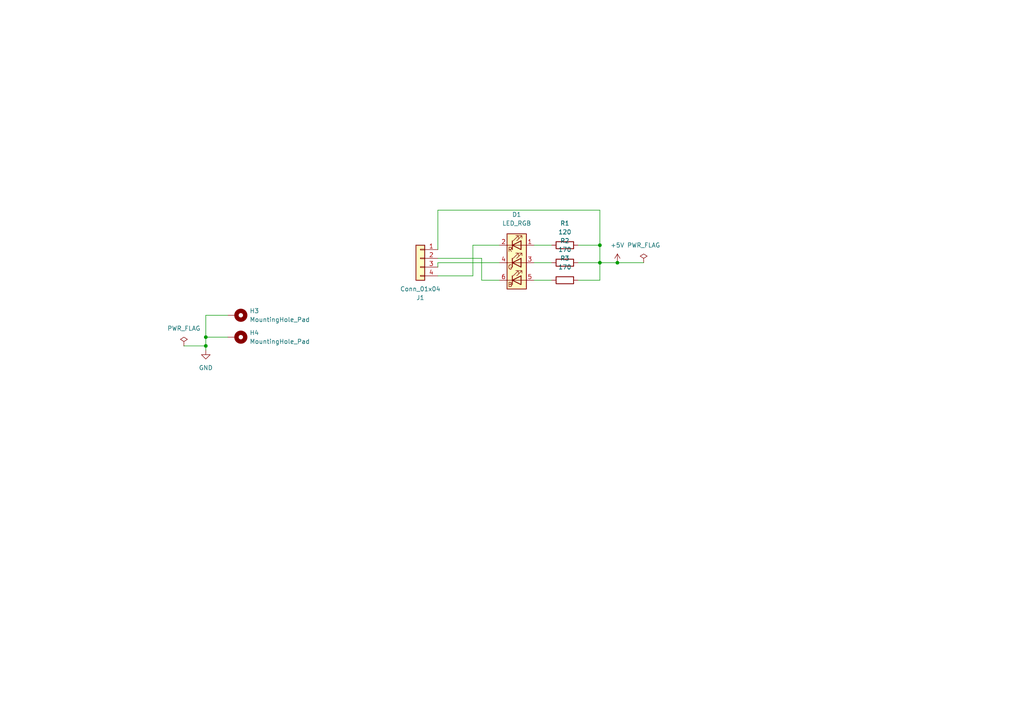
<source format=kicad_sch>
(kicad_sch (version 20231120) (generator "eeschema") (generator_version "8.0")
  (paper "A4")
  (lib_symbols
    (symbol "Connector_Generic:Conn_01x04" (pin_names (offset 1.016) hide)
      (property "Reference" "J" (at 0 5.08 0))
      (property "Value" "Conn_01x04" (at 0 -7.62 0))
      (symbol "Conn_01x04_1_1"
        (rectangle (start -1.27 -4.953) (end 0 -5.207) (stroke (width 0.1524)))
        (rectangle (start -1.27 -2.413) (end 0 -2.667) (stroke (width 0.1524)))
        (rectangle (start -1.27 0.127) (end 0 -0.127) (stroke (width 0.1524)))
        (rectangle (start -1.27 2.667) (end 0 2.413) (stroke (width 0.1524)))
        (rectangle (start -1.27 3.81) (end 1.27 -6.35) (stroke (width 0.254)) (fill (type background)))
        (pin passive line (at -5.08 2.54 0) (length 3.81) (name "Pin_1") (number "1"))
        (pin passive line (at -5.08 0 0) (length 3.81) (name "Pin_2") (number "2"))
        (pin passive line (at -5.08 -2.54 0) (length 3.81) (name "Pin_3") (number "3"))
        (pin passive line (at -5.08 -5.08 0) (length 3.81) (name "Pin_4") (number "4"))
      )
    )
    (symbol "Device:R" (pin_numbers hide) (pin_names (offset 0))
      (property "Reference" "R" (at 2.032 0 90))
      (property "Value" "R" (at 0 0 90))
      (symbol "R_0_1"
        (rectangle (start -1.016 -2.54) (end 1.016 2.54) (stroke (width 0.254)))
      )
      (symbol "R_1_1"
        (pin passive line (at 0 3.81 270) (length 1.27) (name "~") (number "1"))
        (pin passive line (at 0 -3.81 90) (length 1.27) (name "~") (number "2"))
      )
    )
    (symbol "LED_RGB_1" (pin_names (offset 0) hide)
      (property "Reference" "D2" (at 0 13.97 0))
      (property "Value" "LED_RGB" (at 0 11.43 0))
      (symbol "LED_RGB_1_0_0"
        (text "B" (at -1.905 -6.35 0) (effects (font (size 1.27 1.27))))
        (text "G" (at -1.905 -1.27 0) (effects (font (size 1.27 1.27))))
        (text "R" (at -1.905 3.81 0) (effects (font (size 1.27 1.27))))
      )
      (symbol "LED_RGB_1_0_1"
        (rectangle (start -2.794 8.382) (end 2.794 -7.62) (stroke (width 0.254)) (fill (type background)))
        (polyline (pts (xy -1.27 -5.08) (xy -2.54 -5.08)))
        (polyline (pts (xy -1.27 -5.08) (xy 1.27 -5.08)))
        (polyline (pts (xy -1.27 -3.81) (xy -1.27 -6.35)) (stroke (width 0.254)))
        (polyline (pts (xy -1.27 0) (xy -2.54 0)))
        (polyline (pts (xy -1.27 1.27) (xy -1.27 -1.27)) (stroke (width 0.254)))
        (polyline (pts (xy -1.27 5.08) (xy -2.54 5.08)))
        (polyline (pts (xy -1.27 5.08) (xy 1.27 5.08)))
        (polyline (pts (xy -1.27 6.35) (xy -1.27 3.81)) (stroke (width 0.254)))
        (polyline (pts (xy 1.27 -5.08) (xy 2.54 -5.08)))
        (polyline (pts (xy 1.27 0) (xy -1.27 0)))
        (polyline (pts (xy 1.27 0) (xy 2.54 0)))
        (polyline (pts (xy 1.27 5.08) (xy 2.54 5.08)))
        (polyline (pts (xy -1.27 1.27) (xy -1.27 -1.27) (xy -1.27 -1.27)))
        (polyline (pts (xy -1.27 6.35) (xy -1.27 3.81) (xy -1.27 3.81)))
        (polyline (pts (xy 1.27 -3.81) (xy 1.27 -6.35) (xy -1.27 -5.08) (xy 1.27 -3.81)) (stroke (width 0.254)))
        (polyline (pts (xy 1.27 1.27) (xy 1.27 -1.27) (xy -1.27 0) (xy 1.27 1.27)) (stroke (width 0.254)))
        (polyline (pts (xy 1.27 6.35) (xy 1.27 3.81) (xy -1.27 5.08) (xy 1.27 6.35)) (stroke (width 0.254)))
        (polyline (pts (xy -1.016 -3.81) (xy 0.508 -2.286) (xy -0.254 -2.286) (xy 0.508 -2.286) (xy 0.508 -3.048)))
        (polyline (pts (xy -1.016 1.27) (xy 0.508 2.794) (xy -0.254 2.794) (xy 0.508 2.794) (xy 0.508 2.032)))
        (polyline (pts (xy -1.016 6.35) (xy 0.508 7.874) (xy -0.254 7.874) (xy 0.508 7.874) (xy 0.508 7.112)))
        (polyline (pts (xy 0 -3.81) (xy 1.524 -2.286) (xy 0.762 -2.286) (xy 1.524 -2.286) (xy 1.524 -3.048)))
        (polyline (pts (xy 0 1.27) (xy 1.524 2.794) (xy 0.762 2.794) (xy 1.524 2.794) (xy 1.524 2.032)))
        (polyline (pts (xy 0 6.35) (xy 1.524 7.874) (xy 0.762 7.874) (xy 1.524 7.874) (xy 1.524 7.112)))
        (rectangle (start 1.27 -1.27) (end 1.27 1.27))
        (rectangle (start 1.27 1.27) (end 1.27 1.27))
        (rectangle (start 1.27 3.81) (end 1.27 6.35))
        (rectangle (start 1.27 6.35) (end 1.27 6.35))
      )
      (symbol "LED_RGB_1_1_1"
        (pin passive line (at 5.08 5.08 180) (length 2.54) (name "RA") (number "1"))
        (pin passive line (at -5.08 5.08 0) (length 2.54) (name "RK") (number "2"))
        (pin passive line (at 5.08 0 180) (length 2.54) (name "GA") (number "3"))
        (pin passive line (at -5.08 0 0) (length 2.54) (name "GK") (number "4"))
        (pin passive line (at 5.08 -5.08 180) (length 2.54) (name "BA") (number "5"))
        (pin passive line (at -5.08 -5.08 0) (length 2.54) (name "BK") (number "6"))
      )
    )
    (symbol "Mechanical:MountingHole_Pad" (pin_numbers hide) (pin_names (offset 1.016) hide)
      (property "Reference" "H" (at 0 6.35 0))
      (property "Value" "MountingHole_Pad" (at 0 4.445 0))
      (symbol "MountingHole_Pad_0_1"
        (circle (center 0 1.27) (radius 1.27) (stroke (width 1.27)))
      )
      (symbol "MountingHole_Pad_1_1"
        (pin input line (at 0 -2.54 90) (length 2.54) (name "1") (number "1"))
      )
    )
    (symbol "power:+5V" (power) (pin_numbers hide) (pin_names (offset 0) hide)
      (property "Value" "+5V" (at 0 3.556 0))
      (symbol "+5V_0_1"
        (polyline (pts (xy -0.762 1.27) (xy 0 2.54)))
        (polyline (pts (xy 0 0) (xy 0 2.54)))
        (polyline (pts (xy 0 2.54) (xy 0.762 1.27)))
      )
      (symbol "+5V_1_1"
        (pin power_in line (at 0 0 90) (length 0) (name "~") (number "1"))
      )
    )
    (symbol "power:GND" (power) (pin_numbers hide) (pin_names (offset 0) hide)
      (property "Value" "GND" (at 0 -3.81 0))
      (symbol "GND_0_1"
        (polyline (pts (xy 0 0) (xy 0 -1.27) (xy 1.27 -1.27) (xy 0 -2.54) (xy -1.27 -1.27) (xy 0 -1.27)))
      )
      (symbol "GND_1_1"
        (pin power_in line (at 0 0 270) (length 0) (name "~") (number "1"))
      )
    )
    (symbol "power:PWR_FLAG" (power) (pin_numbers hide) (pin_names (offset 0) hide)
      (property "Value" "PWR_FLAG" (at 0 3.81 0))
      (symbol "PWR_FLAG_0_0"
        (pin power_out line (at 0 0 90) (length 0) (name "~") (number "1"))
      )
      (symbol "PWR_FLAG_0_1"
        (polyline (pts (xy 0 0) (xy 0 1.27) (xy -1.016 1.905) (xy 0 2.54) (xy 1.016 1.905) (xy 0 1.27)))
      )
    )
  )
  (junction (at 173.99 71.12))
  (junction (at 173.99 76.2))
  (junction (at 179.07 76.2))
  (junction (at 59.69 97.79))
  (junction (at 59.69 100.33))
  (wire (pts (xy 53.34 100.33) (xy 59.69 100.33)))
  (wire (pts (xy 139.7 74.93) (xy 139.7 81.28)))
  (wire (pts (xy 59.69 91.44) (xy 66.04 91.44)))
  (wire (pts (xy 139.7 81.28) (xy 144.78 81.28)))
  (wire (pts (xy 59.69 100.33) (xy 59.69 101.6)))
  (wire (pts (xy 144.78 76.2) (xy 127 76.2)))
  (wire (pts (xy 173.99 81.28) (xy 173.99 76.2)))
  (wire (pts (xy 167.64 76.2) (xy 173.99 76.2)))
  (wire (pts (xy 59.69 97.79) (xy 66.04 97.79)))
  (wire (pts (xy 59.69 91.44) (xy 59.69 97.79)))
  (wire (pts (xy 59.69 97.79) (xy 59.69 100.33)))
  (wire (pts (xy 127 60.96) (xy 173.99 60.96)))
  (wire (pts (xy 179.07 76.2) (xy 186.69 76.2)))
  (wire (pts (xy 154.94 71.12) (xy 160.02 71.12)))
  (wire (pts (xy 137.16 71.12) (xy 144.78 71.12)))
  (wire (pts (xy 167.64 81.28) (xy 173.99 81.28)))
  (wire (pts (xy 154.94 81.28) (xy 160.02 81.28)))
  (wire (pts (xy 127 74.93) (xy 139.7 74.93)))
  (wire (pts (xy 137.16 80.01) (xy 137.16 71.12)))
  (wire (pts (xy 127 76.2) (xy 127 77.47)))
  (wire (pts (xy 173.99 60.96) (xy 173.99 71.12)))
  (wire (pts (xy 173.99 76.2) (xy 179.07 76.2)))
  (wire (pts (xy 154.94 76.2) (xy 160.02 76.2)))
  (wire (pts (xy 127 80.01) (xy 137.16 80.01)))
  (wire (pts (xy 173.99 71.12) (xy 173.99 76.2)))
  (wire (pts (xy 167.64 71.12) (xy 173.99 71.12)))
  (wire (pts (xy 127 60.96) (xy 127 72.39)))
  (symbol (lib_id "power:GND") (at 59.69 101.6 0) (unit 1)
    (property "Reference" "#PWR03" (effects (hide yes)))
    (property "Value" "GND" (at 59.69 106.68 0))
    (property "Description" "Power symbol creates a global label with name \"GND\" , ground" (effects (hide yes)))
  )
  (symbol (lib_id "Device:R") (at 163.83 76.2 90) (unit 1)
    (property "Reference" "R2" (at 163.83 69.85 90))
    (property "Value" "170" (at 163.83 72.39 90))
    (property "Footprint" "Resistor_SMD:R_0603_1608Metric_Pad0.98x0.95mm_HandSolder" (effects (hide yes)))
    (property "Description" "Resistor" (effects (hide yes)))
  )
  (symbol (lib_id "Device:R") (at 163.83 81.28 90) (unit 1)
    (property "Reference" "R3" (at 163.83 74.93 90))
    (property "Value" "170" (at 163.83 77.47 90))
    (property "Footprint" "Resistor_SMD:R_0603_1608Metric_Pad0.98x0.95mm_HandSolder" (effects (hide yes)))
    (property "Description" "Resistor" (effects (hide yes)))
  )
  (symbol (lib_id "Mechanical:MountingHole_Pad") (at 68.58 91.44 270) (unit 1)
    (property "Reference" "H3" (at 72.39 90.1699 90) (effects (justify left)))
    (property "Value" "MountingHole_Pad" (at 72.39 92.7099 90) (effects (justify left)))
    (property "Footprint" "MountingHole:MountingHole_2.2mm_M2_Pad_Via" (effects (hide yes)))
    (property "Description" "Mounting Hole with connection" (effects (hide yes)))
  )
  (symbol (lib_id "Device:R") (at 163.83 71.12 90) (unit 1)
    (property "Reference" "R1" (at 163.83 64.77 90))
    (property "Value" "120" (at 163.83 67.31 90))
    (property "Footprint" "Resistor_SMD:R_0603_1608Metric_Pad0.98x0.95mm_HandSolder" (effects (hide yes)))
    (property "Description" "Resistor" (effects (hide yes)))
  )
  (symbol (lib_name "LED_RGB_1") (lib_id "Device:LED_RGB") (at 149.86 76.2 0) (unit 1)
    (property "Reference" "D1" (at 149.86 62.23 0))
    (property "Value" "LED_RGB" (at 149.86 64.77 0))
    (property "Footprint" "LibLED:LED RGB" (effects (hide yes)))
    (property "Description" "RGB LED, 6 pin package" (effects (hide yes)))
  )
  (symbol (lib_id "power:+5V") (at 179.07 76.2 0) (unit 1)
    (property "Reference" "#PWR01" (effects (hide yes)))
    (property "Value" "+5V" (at 179.07 71.12 0))
    (property "Description" "Power symbol creates a global label with name \"+5V\"" (effects (hide yes)))
  )
  (symbol (lib_id "power:PWR_FLAG") (at 186.69 76.2 0) (unit 1)
    (property "Reference" "#FLG01" (effects (hide yes)))
    (property "Value" "PWR_FLAG" (at 186.69 71.12 0))
    (property "Description" "Special symbol for telling ERC where power comes from" (effects (hide yes)))
  )
  (symbol (lib_id "power:PWR_FLAG") (at 53.34 100.33 0) (unit 1)
    (property "Reference" "#FLG02" (effects (hide yes)))
    (property "Value" "PWR_FLAG" (at 53.34 95.25 0))
    (property "Description" "Special symbol for telling ERC where power comes from" (effects (hide yes)))
  )
  (symbol (lib_id "Connector_Generic:Conn_01x04") (at 121.92 74.93 0) (mirror y) (unit 1)
    (property "Reference" "J1" (at 121.92 86.36 0))
    (property "Value" "Conn_01x04" (at 121.92 83.82 0))
    (property "Footprint" "Connector_JST:JST_EH_B4B-EH-A_1x04_P2.50mm_Vertical" (effects (hide yes)))
    (property "Description" "Generic connector, single row, 01x04, script generated (kicad-library-utils/schlib/autogen/connector/)" (effects (hide yes)))
  )
  (symbol (lib_id "Mechanical:MountingHole_Pad") (at 68.58 97.79 270) (unit 1)
    (property "Reference" "H4" (at 72.39 96.5199 90) (effects (justify left)))
    (property "Value" "MountingHole_Pad" (at 72.39 99.0599 90) (effects (justify left)))
    (property "Footprint" "MountingHole:MountingHole_2.2mm_M2_Pad_Via" (effects (hide yes)))
    (property "Description" "Mounting Hole with connection" (effects (hide yes)))
  )
)
</source>
